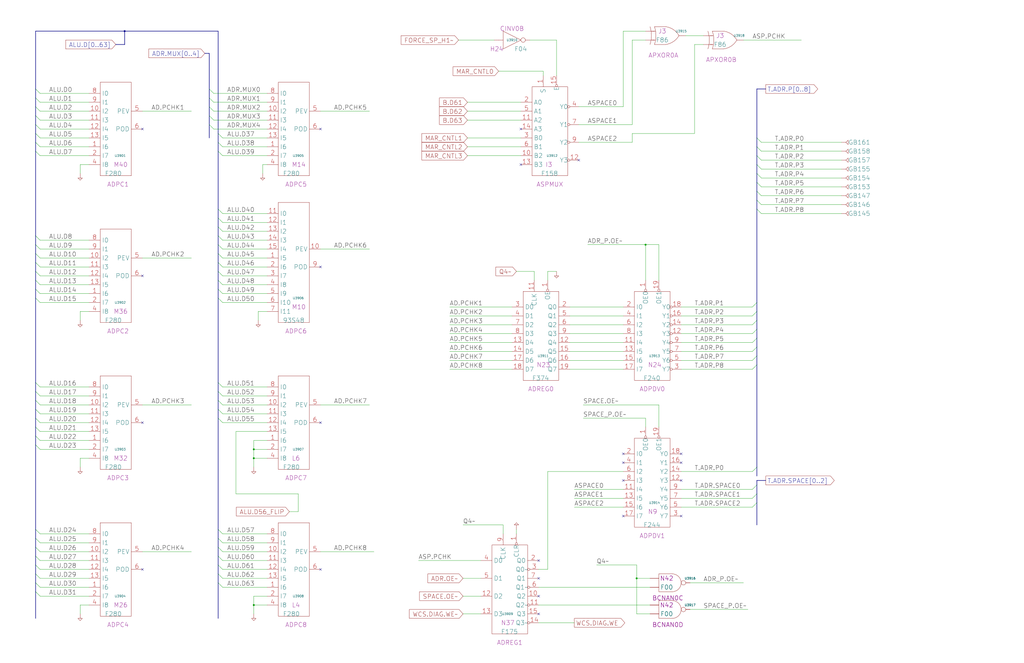
<source format=kicad_sch>
(kicad_sch (version 20211123) (generator eeschema)
  (paper "User" 584.2 378.46)
  (title_block (title "ADDRESS BUS PARITY\\nPARITY") (date "15-MAR-90") (rev "1.0") (comment 1 "TYPE") (comment 2 "232-003062") (comment 3 "S400") (comment 4 "RELEASED"))
  (bus (pts (xy 116.84 30.48) (xy 119.38 30.48)))
  (bus (pts (xy 119.38 30.48) (xy 119.38 50.8)))
  (bus (pts (xy 119.38 50.8) (xy 119.38 55.88)))
  (bus (pts (xy 119.38 55.88) (xy 119.38 60.96)))
  (bus (pts (xy 119.38 60.96) (xy 119.38 66.04)))
  (bus (pts (xy 119.38 66.04) (xy 119.38 71.12)))
  (bus (pts (xy 119.38 71.12) (xy 119.38 78.74)))
  (bus (pts (xy 124.46 119.38) (xy 124.46 124.46)))
  (bus (pts (xy 124.46 124.46) (xy 124.46 129.54)))
  (bus (pts (xy 124.46 129.54) (xy 124.46 134.62)))
  (bus (pts (xy 124.46 134.62) (xy 124.46 139.7)))
  (bus (pts (xy 124.46 139.7) (xy 124.46 144.78)))
  (bus (pts (xy 124.46 144.78) (xy 124.46 149.86)))
  (bus (pts (xy 124.46 149.86) (xy 124.46 154.94)))
  (bus (pts (xy 124.46 154.94) (xy 124.46 160.02)))
  (bus (pts (xy 124.46 160.02) (xy 124.46 165.1)))
  (bus (pts (xy 124.46 165.1) (xy 124.46 170.18)))
  (bus (pts (xy 124.46 17.78) (xy 124.46 76.2)))
  (bus (pts (xy 124.46 170.18) (xy 124.46 218.44)))
  (bus (pts (xy 124.46 218.44) (xy 124.46 223.52)))
  (bus (pts (xy 124.46 223.52) (xy 124.46 228.6)))
  (bus (pts (xy 124.46 228.6) (xy 124.46 233.68)))
  (bus (pts (xy 124.46 233.68) (xy 124.46 238.76)))
  (bus (pts (xy 124.46 238.76) (xy 124.46 302.26)))
  (bus (pts (xy 124.46 302.26) (xy 124.46 307.34)))
  (bus (pts (xy 124.46 307.34) (xy 124.46 312.42)))
  (bus (pts (xy 124.46 312.42) (xy 124.46 317.5)))
  (bus (pts (xy 124.46 317.5) (xy 124.46 322.58)))
  (bus (pts (xy 124.46 322.58) (xy 124.46 327.66)))
  (bus (pts (xy 124.46 327.66) (xy 124.46 332.74)))
  (bus (pts (xy 124.46 332.74) (xy 124.46 353.06)))
  (bus (pts (xy 124.46 76.2) (xy 124.46 81.28)))
  (bus (pts (xy 124.46 81.28) (xy 124.46 86.36)))
  (bus (pts (xy 124.46 86.36) (xy 124.46 119.38)))
  (bus (pts (xy 20.32 134.62) (xy 20.32 139.7)))
  (bus (pts (xy 20.32 139.7) (xy 20.32 144.78)))
  (bus (pts (xy 20.32 144.78) (xy 20.32 149.86)))
  (bus (pts (xy 20.32 149.86) (xy 20.32 154.94)))
  (bus (pts (xy 20.32 154.94) (xy 20.32 160.02)))
  (bus (pts (xy 20.32 160.02) (xy 20.32 165.1)))
  (bus (pts (xy 20.32 165.1) (xy 20.32 170.18)))
  (bus (pts (xy 20.32 17.78) (xy 20.32 50.8)))
  (bus (pts (xy 20.32 17.78) (xy 71.12 17.78)))
  (bus (pts (xy 20.32 170.18) (xy 20.32 218.44)))
  (bus (pts (xy 20.32 218.44) (xy 20.32 223.52)))
  (bus (pts (xy 20.32 223.52) (xy 20.32 228.6)))
  (bus (pts (xy 20.32 228.6) (xy 20.32 233.68)))
  (bus (pts (xy 20.32 233.68) (xy 20.32 238.76)))
  (bus (pts (xy 20.32 238.76) (xy 20.32 243.84)))
  (bus (pts (xy 20.32 243.84) (xy 20.32 248.92)))
  (bus (pts (xy 20.32 248.92) (xy 20.32 254)))
  (bus (pts (xy 20.32 254) (xy 20.32 302.26)))
  (bus (pts (xy 20.32 302.26) (xy 20.32 307.34)))
  (bus (pts (xy 20.32 307.34) (xy 20.32 312.42)))
  (bus (pts (xy 20.32 312.42) (xy 20.32 317.5)))
  (bus (pts (xy 20.32 317.5) (xy 20.32 322.58)))
  (bus (pts (xy 20.32 322.58) (xy 20.32 327.66)))
  (bus (pts (xy 20.32 327.66) (xy 20.32 332.74)))
  (bus (pts (xy 20.32 332.74) (xy 20.32 337.82)))
  (bus (pts (xy 20.32 337.82) (xy 20.32 353.06)))
  (bus (pts (xy 20.32 50.8) (xy 20.32 55.88)))
  (bus (pts (xy 20.32 55.88) (xy 20.32 60.96)))
  (bus (pts (xy 20.32 60.96) (xy 20.32 66.04)))
  (bus (pts (xy 20.32 66.04) (xy 20.32 71.12)))
  (bus (pts (xy 20.32 71.12) (xy 20.32 76.2)))
  (bus (pts (xy 20.32 76.2) (xy 20.32 81.28)))
  (bus (pts (xy 20.32 81.28) (xy 20.32 86.36)))
  (bus (pts (xy 20.32 86.36) (xy 20.32 134.62)))
  (bus (pts (xy 431.8 104.14) (xy 431.8 109.22)))
  (bus (pts (xy 431.8 109.22) (xy 431.8 114.3)))
  (bus (pts (xy 431.8 114.3) (xy 431.8 119.38)))
  (bus (pts (xy 431.8 119.38) (xy 431.8 172.72)))
  (bus (pts (xy 431.8 172.72) (xy 431.8 177.8)))
  (bus (pts (xy 431.8 177.8) (xy 431.8 182.88)))
  (bus (pts (xy 431.8 182.88) (xy 431.8 187.96)))
  (bus (pts (xy 431.8 187.96) (xy 431.8 193.04)))
  (bus (pts (xy 431.8 193.04) (xy 431.8 198.12)))
  (bus (pts (xy 431.8 198.12) (xy 431.8 203.2)))
  (bus (pts (xy 431.8 203.2) (xy 431.8 208.28)))
  (bus (pts (xy 431.8 208.28) (xy 431.8 266.7)))
  (bus (pts (xy 431.8 266.7) (xy 431.8 271.78)))
  (bus (pts (xy 431.8 274.32) (xy 431.8 276.86)))
  (bus (pts (xy 431.8 274.32) (xy 436.88 274.32)))
  (bus (pts (xy 431.8 276.86) (xy 431.8 281.94)))
  (bus (pts (xy 431.8 281.94) (xy 431.8 287.02)))
  (bus (pts (xy 431.8 287.02) (xy 431.8 299.72)))
  (bus (pts (xy 431.8 50.8) (xy 431.8 78.74)))
  (bus (pts (xy 431.8 50.8) (xy 436.88 50.8)))
  (bus (pts (xy 431.8 78.74) (xy 431.8 83.82)))
  (bus (pts (xy 431.8 83.82) (xy 431.8 88.9)))
  (bus (pts (xy 431.8 88.9) (xy 431.8 93.98)))
  (bus (pts (xy 431.8 93.98) (xy 431.8 99.06)))
  (bus (pts (xy 431.8 99.06) (xy 431.8 104.14)))
  (bus (pts (xy 66.04 25.4) (xy 71.12 25.4)))
  (bus (pts (xy 71.12 17.78) (xy 124.46 17.78)))
  (bus (pts (xy 71.12 25.4) (xy 71.12 17.78)))
  (wire (pts (xy 121.92 53.34) (xy 152.4 53.34)))
  (wire (pts (xy 121.92 58.42) (xy 152.4 58.42)))
  (wire (pts (xy 121.92 63.5) (xy 152.4 63.5)))
  (wire (pts (xy 121.92 68.58) (xy 152.4 68.58)))
  (wire (pts (xy 121.92 73.66) (xy 152.4 73.66)))
  (wire (pts (xy 127 121.92) (xy 152.4 121.92)))
  (wire (pts (xy 127 127) (xy 152.4 127)))
  (wire (pts (xy 127 132.08) (xy 152.4 132.08)))
  (wire (pts (xy 127 137.16) (xy 152.4 137.16)))
  (wire (pts (xy 127 142.24) (xy 152.4 142.24)))
  (wire (pts (xy 127 147.32) (xy 152.4 147.32)))
  (wire (pts (xy 127 152.4) (xy 152.4 152.4)))
  (wire (pts (xy 127 157.48) (xy 152.4 157.48)))
  (wire (pts (xy 127 162.56) (xy 152.4 162.56)))
  (wire (pts (xy 127 167.64) (xy 152.4 167.64)))
  (wire (pts (xy 127 172.72) (xy 152.4 172.72)))
  (wire (pts (xy 127 220.98) (xy 152.4 220.98)))
  (wire (pts (xy 127 226.06) (xy 152.4 226.06)))
  (wire (pts (xy 127 231.14) (xy 152.4 231.14)))
  (wire (pts (xy 127 236.22) (xy 152.4 236.22)))
  (wire (pts (xy 127 241.3) (xy 152.4 241.3)))
  (wire (pts (xy 127 304.8) (xy 152.4 304.8)))
  (wire (pts (xy 127 309.88) (xy 152.4 309.88)))
  (wire (pts (xy 127 314.96) (xy 152.4 314.96)))
  (wire (pts (xy 127 320.04) (xy 152.4 320.04)))
  (wire (pts (xy 127 325.12) (xy 152.4 325.12)))
  (wire (pts (xy 127 330.2) (xy 152.4 330.2)))
  (wire (pts (xy 127 335.28) (xy 152.4 335.28)))
  (wire (pts (xy 127 78.74) (xy 152.4 78.74)))
  (wire (pts (xy 127 83.82) (xy 152.4 83.82)))
  (wire (pts (xy 127 88.9) (xy 152.4 88.9)))
  (wire (pts (xy 134.62 246.38) (xy 152.4 246.38)))
  (wire (pts (xy 134.62 281.94) (xy 134.62 246.38)))
  (wire (pts (xy 144.78 251.46) (xy 144.78 256.54)))
  (wire (pts (xy 144.78 256.54) (xy 144.78 261.62)))
  (wire (pts (xy 144.78 256.54) (xy 152.4 256.54)))
  (wire (pts (xy 144.78 261.62) (xy 144.78 266.7)))
  (wire (pts (xy 144.78 340.36) (xy 144.78 345.44)))
  (wire (pts (xy 144.78 345.44) (xy 144.78 350.52)))
  (wire (pts (xy 147.32 177.8) (xy 147.32 182.88)))
  (wire (pts (xy 149.86 93.98) (xy 149.86 99.06)))
  (wire (pts (xy 152.4 177.8) (xy 147.32 177.8)))
  (wire (pts (xy 152.4 251.46) (xy 144.78 251.46)))
  (wire (pts (xy 152.4 261.62) (xy 144.78 261.62)))
  (wire (pts (xy 152.4 340.36) (xy 144.78 340.36)))
  (wire (pts (xy 152.4 345.44) (xy 144.78 345.44)))
  (wire (pts (xy 152.4 93.98) (xy 149.86 93.98)))
  (wire (pts (xy 165.1 292.1) (xy 170.18 292.1)))
  (wire (pts (xy 170.18 281.94) (xy 134.62 281.94)))
  (wire (pts (xy 170.18 292.1) (xy 170.18 281.94)))
  (wire (pts (xy 182.88 142.24) (xy 210.82 142.24)))
  (wire (pts (xy 182.88 231.14) (xy 210.82 231.14)))
  (wire (pts (xy 182.88 314.96) (xy 213.36 314.96)))
  (wire (pts (xy 182.88 63.5) (xy 210.82 63.5)))
  (wire (pts (xy 22.86 137.16) (xy 50.8 137.16)))
  (wire (pts (xy 22.86 142.24) (xy 50.8 142.24)))
  (wire (pts (xy 22.86 147.32) (xy 50.8 147.32)))
  (wire (pts (xy 22.86 152.4) (xy 50.8 152.4)))
  (wire (pts (xy 22.86 157.48) (xy 50.8 157.48)))
  (wire (pts (xy 22.86 162.56) (xy 50.8 162.56)))
  (wire (pts (xy 22.86 167.64) (xy 50.8 167.64)))
  (wire (pts (xy 22.86 172.72) (xy 50.8 172.72)))
  (wire (pts (xy 22.86 220.98) (xy 50.8 220.98)))
  (wire (pts (xy 22.86 226.06) (xy 50.8 226.06)))
  (wire (pts (xy 22.86 231.14) (xy 50.8 231.14)))
  (wire (pts (xy 22.86 236.22) (xy 50.8 236.22)))
  (wire (pts (xy 22.86 241.3) (xy 50.8 241.3)))
  (wire (pts (xy 22.86 246.38) (xy 50.8 246.38)))
  (wire (pts (xy 22.86 251.46) (xy 50.8 251.46)))
  (wire (pts (xy 22.86 256.54) (xy 50.8 256.54)))
  (wire (pts (xy 22.86 304.8) (xy 50.8 304.8)))
  (wire (pts (xy 22.86 309.88) (xy 50.8 309.88)))
  (wire (pts (xy 22.86 314.96) (xy 50.8 314.96)))
  (wire (pts (xy 22.86 320.04) (xy 50.8 320.04)))
  (wire (pts (xy 22.86 325.12) (xy 50.8 325.12)))
  (wire (pts (xy 22.86 330.2) (xy 50.8 330.2)))
  (wire (pts (xy 22.86 335.28) (xy 50.8 335.28)))
  (wire (pts (xy 22.86 340.36) (xy 50.8 340.36)))
  (wire (pts (xy 22.86 53.34) (xy 50.8 53.34)))
  (wire (pts (xy 22.86 58.42) (xy 50.8 58.42)))
  (wire (pts (xy 22.86 63.5) (xy 50.8 63.5)))
  (wire (pts (xy 22.86 68.58) (xy 50.8 68.58)))
  (wire (pts (xy 22.86 73.66) (xy 50.8 73.66)))
  (wire (pts (xy 22.86 78.74) (xy 50.8 78.74)))
  (wire (pts (xy 22.86 83.82) (xy 50.8 83.82)))
  (wire (pts (xy 22.86 88.9) (xy 50.8 88.9)))
  (wire (pts (xy 238.76 320.04) (xy 274.32 320.04)))
  (wire (pts (xy 256.54 175.26) (xy 292.1 175.26)))
  (wire (pts (xy 256.54 180.34) (xy 292.1 180.34)))
  (wire (pts (xy 256.54 185.42) (xy 292.1 185.42)))
  (wire (pts (xy 256.54 190.5) (xy 292.1 190.5)))
  (wire (pts (xy 256.54 195.58) (xy 292.1 195.58)))
  (wire (pts (xy 256.54 200.66) (xy 292.1 200.66)))
  (wire (pts (xy 256.54 205.74) (xy 292.1 205.74)))
  (wire (pts (xy 256.54 210.82) (xy 292.1 210.82)))
  (wire (pts (xy 261.62 22.86) (xy 281.94 22.86)))
  (wire (pts (xy 264.16 330.2) (xy 274.32 330.2)))
  (wire (pts (xy 264.16 340.36) (xy 274.32 340.36)))
  (wire (pts (xy 264.16 350.52) (xy 274.32 350.52)))
  (wire (pts (xy 266.7 58.42) (xy 297.18 58.42)))
  (wire (pts (xy 266.7 63.5) (xy 297.18 63.5)))
  (wire (pts (xy 266.7 68.58) (xy 297.18 68.58)))
  (wire (pts (xy 266.7 78.74) (xy 297.18 78.74)))
  (wire (pts (xy 266.7 83.82) (xy 297.18 83.82)))
  (wire (pts (xy 266.7 88.9) (xy 297.18 88.9)))
  (wire (pts (xy 284.48 40.64) (xy 309.88 40.64)))
  (wire (pts (xy 287.02 299.72) (xy 264.16 299.72)))
  (wire (pts (xy 287.02 304.8) (xy 287.02 299.72)))
  (wire (pts (xy 294.64 154.94) (xy 304.8 154.94)))
  (wire (pts (xy 294.64 302.26) (xy 294.64 304.8)))
  (wire (pts (xy 302.26 22.86) (xy 317.5 22.86)))
  (wire (pts (xy 304.8 160.02) (xy 304.8 154.94)))
  (wire (pts (xy 307.34 325.12) (xy 312.42 325.12)))
  (wire (pts (xy 307.34 335.28) (xy 370.84 335.28)))
  (wire (pts (xy 307.34 345.44) (xy 370.84 345.44)))
  (wire (pts (xy 307.34 355.6) (xy 327.66 355.6)))
  (wire (pts (xy 309.88 40.64) (xy 309.88 43.18)))
  (wire (pts (xy 312.42 154.94) (xy 312.42 160.02)))
  (wire (pts (xy 312.42 269.24) (xy 355.6 269.24)))
  (wire (pts (xy 312.42 325.12) (xy 312.42 269.24)))
  (wire (pts (xy 317.5 154.94) (xy 312.42 154.94)))
  (wire (pts (xy 317.5 22.86) (xy 317.5 43.18)))
  (wire (pts (xy 325.12 175.26) (xy 355.6 175.26)))
  (wire (pts (xy 325.12 180.34) (xy 355.6 180.34)))
  (wire (pts (xy 325.12 185.42) (xy 355.6 185.42)))
  (wire (pts (xy 325.12 190.5) (xy 355.6 190.5)))
  (wire (pts (xy 325.12 195.58) (xy 355.6 195.58)))
  (wire (pts (xy 325.12 200.66) (xy 355.6 200.66)))
  (wire (pts (xy 325.12 205.74) (xy 355.6 205.74)))
  (wire (pts (xy 325.12 210.82) (xy 355.6 210.82)))
  (wire (pts (xy 327.66 279.4) (xy 355.6 279.4)))
  (wire (pts (xy 327.66 284.48) (xy 355.6 284.48)))
  (wire (pts (xy 327.66 289.56) (xy 355.6 289.56)))
  (wire (pts (xy 330.2 60.96) (xy 355.6 60.96)))
  (wire (pts (xy 330.2 71.12) (xy 360.68 71.12)))
  (wire (pts (xy 330.2 81.28) (xy 360.68 81.28)))
  (wire (pts (xy 355.6 17.78) (xy 368.3 17.78)))
  (wire (pts (xy 355.6 60.96) (xy 355.6 17.78)))
  (wire (pts (xy 360.68 22.86) (xy 368.3 22.86)))
  (wire (pts (xy 360.68 71.12) (xy 360.68 22.86)))
  (wire (pts (xy 360.68 76.2) (xy 396.24 76.2)))
  (wire (pts (xy 360.68 81.28) (xy 360.68 76.2)))
  (wire (pts (xy 363.22 322.58) (xy 340.36 322.58)))
  (wire (pts (xy 363.22 330.2) (xy 363.22 322.58)))
  (wire (pts (xy 363.22 330.2) (xy 370.84 330.2)))
  (wire (pts (xy 363.22 350.52) (xy 363.22 330.2)))
  (wire (pts (xy 368.3 139.7) (xy 335.28 139.7)))
  (wire (pts (xy 368.3 160.02) (xy 368.3 139.7)))
  (wire (pts (xy 368.3 238.76) (xy 332.74 238.76)))
  (wire (pts (xy 368.3 243.84) (xy 368.3 238.76)))
  (wire (pts (xy 370.84 350.52) (xy 363.22 350.52)))
  (wire (pts (xy 375.92 139.7) (xy 368.3 139.7)))
  (wire (pts (xy 375.92 160.02) (xy 375.92 139.7)))
  (wire (pts (xy 375.92 231.14) (xy 332.74 231.14)))
  (wire (pts (xy 375.92 243.84) (xy 375.92 231.14)))
  (wire (pts (xy 388.62 175.26) (xy 429.26 175.26)))
  (wire (pts (xy 388.62 180.34) (xy 429.26 180.34)))
  (wire (pts (xy 388.62 185.42) (xy 429.26 185.42)))
  (wire (pts (xy 388.62 190.5) (xy 429.26 190.5)))
  (wire (pts (xy 388.62 195.58) (xy 429.26 195.58)))
  (wire (pts (xy 388.62 200.66) (xy 429.26 200.66)))
  (wire (pts (xy 388.62 205.74) (xy 429.26 205.74)))
  (wire (pts (xy 388.62 210.82) (xy 429.26 210.82)))
  (wire (pts (xy 388.62 269.24) (xy 429.26 269.24)))
  (wire (pts (xy 388.62 279.4) (xy 429.26 279.4)))
  (wire (pts (xy 388.62 284.48) (xy 429.26 284.48)))
  (wire (pts (xy 388.62 289.56) (xy 429.26 289.56)))
  (wire (pts (xy 391.16 20.32) (xy 401.32 20.32)))
  (wire (pts (xy 393.7 332.74) (xy 424.18 332.74)))
  (wire (pts (xy 393.7 347.98) (xy 426.72 347.98)))
  (wire (pts (xy 396.24 25.4) (xy 401.32 25.4)))
  (wire (pts (xy 396.24 76.2) (xy 396.24 25.4)))
  (wire (pts (xy 424.18 22.86) (xy 457.2 22.86)))
  (wire (pts (xy 434.34 101.6) (xy 480.06 101.6)))
  (wire (pts (xy 434.34 106.68) (xy 480.06 106.68)))
  (wire (pts (xy 434.34 111.76) (xy 480.06 111.76)))
  (wire (pts (xy 434.34 116.84) (xy 480.06 116.84)))
  (wire (pts (xy 434.34 121.92) (xy 480.06 121.92)))
  (wire (pts (xy 434.34 81.28) (xy 480.06 81.28)))
  (wire (pts (xy 434.34 86.36) (xy 480.06 86.36)))
  (wire (pts (xy 434.34 91.44) (xy 480.06 91.44)))
  (wire (pts (xy 434.34 96.52) (xy 480.06 96.52)))
  (wire (pts (xy 45.72 177.8) (xy 45.72 182.88)))
  (wire (pts (xy 45.72 261.62) (xy 45.72 266.7)))
  (wire (pts (xy 45.72 345.44) (xy 45.72 350.52)))
  (wire (pts (xy 45.72 93.98) (xy 45.72 99.06)))
  (wire (pts (xy 50.8 177.8) (xy 45.72 177.8)))
  (wire (pts (xy 50.8 261.62) (xy 45.72 261.62)))
  (wire (pts (xy 50.8 345.44) (xy 45.72 345.44)))
  (wire (pts (xy 50.8 93.98) (xy 45.72 93.98)))
  (wire (pts (xy 81.28 147.32) (xy 109.22 147.32)))
  (wire (pts (xy 81.28 231.14) (xy 109.22 231.14)))
  (wire (pts (xy 81.28 314.96) (xy 109.22 314.96)))
  (wire (pts (xy 81.28 63.5) (xy 109.22 63.5)))
  (bus_entry (at 20.32 50.8) (size 2.54 2.54))
  (bus_entry (at 20.32 55.88) (size 2.54 2.54))
  (bus_entry (at 20.32 60.96) (size 2.54 2.54))
  (bus_entry (at 20.32 66.04) (size 2.54 2.54))
  (bus_entry (at 20.32 71.12) (size 2.54 2.54))
  (bus_entry (at 20.32 76.2) (size 2.54 2.54))
  (bus_entry (at 20.32 81.28) (size 2.54 2.54))
  (bus_entry (at 20.32 86.36) (size 2.54 2.54))
  (bus_entry (at 20.32 134.62) (size 2.54 2.54))
  (bus_entry (at 20.32 139.7) (size 2.54 2.54))
  (bus_entry (at 20.32 144.78) (size 2.54 2.54))
  (bus_entry (at 20.32 149.86) (size 2.54 2.54))
  (bus_entry (at 20.32 154.94) (size 2.54 2.54))
  (bus_entry (at 20.32 160.02) (size 2.54 2.54))
  (bus_entry (at 20.32 165.1) (size 2.54 2.54))
  (bus_entry (at 20.32 170.18) (size 2.54 2.54))
  (bus_entry (at 20.32 218.44) (size 2.54 2.54))
  (bus_entry (at 20.32 223.52) (size 2.54 2.54))
  (bus_entry (at 20.32 228.6) (size 2.54 2.54))
  (bus_entry (at 20.32 233.68) (size 2.54 2.54))
  (bus_entry (at 20.32 238.76) (size 2.54 2.54))
  (bus_entry (at 20.32 243.84) (size 2.54 2.54))
  (bus_entry (at 20.32 248.92) (size 2.54 2.54))
  (bus_entry (at 20.32 254) (size 2.54 2.54))
  (bus_entry (at 20.32 302.26) (size 2.54 2.54))
  (bus_entry (at 20.32 307.34) (size 2.54 2.54))
  (bus_entry (at 20.32 312.42) (size 2.54 2.54))
  (bus_entry (at 20.32 317.5) (size 2.54 2.54))
  (bus_entry (at 20.32 322.58) (size 2.54 2.54))
  (bus_entry (at 20.32 327.66) (size 2.54 2.54))
  (bus_entry (at 20.32 332.74) (size 2.54 2.54))
  (bus_entry (at 20.32 337.82) (size 2.54 2.54))
  (label "ALU.D0" (at 27.94 53.34 0) (effects (font (size 2.54 2.54))))
  (label "ALU.D1" (at 27.94 58.42 0) (effects (font (size 2.54 2.54))))
  (label "ALU.D2" (at 27.94 63.5 0) (effects (font (size 2.54 2.54))))
  (label "ALU.D3" (at 27.94 68.58 0) (effects (font (size 2.54 2.54))))
  (label "ALU.D4" (at 27.94 73.66 0) (effects (font (size 2.54 2.54))))
  (label "ALU.D5" (at 27.94 78.74 0) (effects (font (size 2.54 2.54))))
  (label "ALU.D6" (at 27.94 83.82 0) (effects (font (size 2.54 2.54))))
  (label "ALU.D7" (at 27.94 88.9 0) (effects (font (size 2.54 2.54))))
  (label "ALU.D8" (at 27.94 137.16 0) (effects (font (size 2.54 2.54))))
  (label "ALU.D9" (at 27.94 142.24 0) (effects (font (size 2.54 2.54))))
  (label "ALU.D10" (at 27.94 147.32 0) (effects (font (size 2.54 2.54))))
  (label "ALU.D11" (at 27.94 152.4 0) (effects (font (size 2.54 2.54))))
  (label "ALU.D12" (at 27.94 157.48 0) (effects (font (size 2.54 2.54))))
  (label "ALU.D13" (at 27.94 162.56 0) (effects (font (size 2.54 2.54))))
  (label "ALU.D14" (at 27.94 167.64 0) (effects (font (size 2.54 2.54))))
  (label "ALU.D15" (at 27.94 172.72 0) (effects (font (size 2.54 2.54))))
  (label "ALU.D16" (at 27.94 220.98 0) (effects (font (size 2.54 2.54))))
  (label "ALU.D17" (at 27.94 226.06 0) (effects (font (size 2.54 2.54))))
  (label "ALU.D18" (at 27.94 231.14 0) (effects (font (size 2.54 2.54))))
  (label "ALU.D19" (at 27.94 236.22 0) (effects (font (size 2.54 2.54))))
  (label "ALU.D20" (at 27.94 241.3 0) (effects (font (size 2.54 2.54))))
  (label "ALU.D21" (at 27.94 246.38 0) (effects (font (size 2.54 2.54))))
  (label "ALU.D22" (at 27.94 251.46 0) (effects (font (size 2.54 2.54))))
  (label "ALU.D23" (at 27.94 256.54 0) (effects (font (size 2.54 2.54))))
  (label "ALU.D24" (at 27.94 304.8 0) (effects (font (size 2.54 2.54))))
  (label "ALU.D25" (at 27.94 309.88 0) (effects (font (size 2.54 2.54))))
  (label "ALU.D26" (at 27.94 314.96 0) (effects (font (size 2.54 2.54))))
  (label "ALU.D27" (at 27.94 320.04 0) (effects (font (size 2.54 2.54))))
  (label "ALU.D28" (at 27.94 325.12 0) (effects (font (size 2.54 2.54))))
  (label "ALU.D29" (at 27.94 330.2 0) (effects (font (size 2.54 2.54))))
  (label "ALU.D30" (at 27.94 335.28 0) (effects (font (size 2.54 2.54))))
  (label "ALU.D31" (at 27.94 340.36 0) (effects (font (size 2.54 2.54))))
  (symbol (lib_id "r1000:PD") (at 45.72 99.06 0) (unit 1) (in_bom no)
    (property "Reference" "#PWR03901" (effects hide))
    (property "Value" "PD" (effects hide))
  )
  (symbol (lib_id "r1000:PD") (at 45.72 182.88 0) (unit 1) (in_bom no)
    (property "Reference" "#PWR03902" (effects hide))
    (property "Value" "PD" (effects hide))
  )
  (symbol (lib_id "r1000:PD") (at 45.72 266.7 0) (unit 1) (in_bom no)
    (property "Reference" "#PWR03903" (effects hide))
    (property "Value" "PD" (effects hide))
  )
  (symbol (lib_id "r1000:PD") (at 45.72 350.52 0) (unit 1) (in_bom no)
    (property "Reference" "#PWR03904" (effects hide))
    (property "Value" "PD" (effects hide))
  )
  (global_label "ALU.D[0..63]" (shape input) (at 66.04 25.4 180) (effects (font (size 2.54 2.54))) (property "Intersheet References" "${INTERSHEET_REFS}" (at 37.5073 25.2413 0) (effects (font (size 2.54 2.54)) (justify right))))
  (symbol (lib_id "r1000:F280") (at 66.04 93.98 0) (unit 1)
    (property "Reference" "U3901" (at 68.58 88.9 0))
    (property "Value" "F280" (at 59.69 99.06 0) (effects (font (size 2.54 2.54)) (justify left)))
    (property "Location" "M40" (at 64.77 93.98 0) (effects (font (size 2.54 2.54)) (justify left)))
    (property "Name" "ADPC1" (at 67.31 106.68 0) (effects (font (size 2.54 2.54)) (justify bottom)))
  )
  (symbol (lib_id "r1000:F280") (at 66.04 177.8 0) (unit 1)
    (property "Reference" "U3902" (at 68.58 172.72 0))
    (property "Value" "F280" (at 59.69 182.88 0) (effects (font (size 2.54 2.54)) (justify left)))
    (property "Location" "M36" (at 64.77 177.8 0) (effects (font (size 2.54 2.54)) (justify left)))
    (property "Name" "ADPC2" (at 67.31 190.5 0) (effects (font (size 2.54 2.54)) (justify bottom)))
  )
  (symbol (lib_id "r1000:F280") (at 66.04 261.62 0) (unit 1)
    (property "Reference" "U3903" (at 68.58 256.54 0))
    (property "Value" "F280" (at 59.69 266.7 0) (effects (font (size 2.54 2.54)) (justify left)))
    (property "Location" "M32" (at 64.77 261.62 0) (effects (font (size 2.54 2.54)) (justify left)))
    (property "Name" "ADPC3" (at 67.31 274.32 0) (effects (font (size 2.54 2.54)) (justify bottom)))
  )
  (symbol (lib_id "r1000:F280") (at 66.04 345.44 0) (unit 1)
    (property "Reference" "U3904" (at 68.58 340.36 0))
    (property "Value" "F280" (at 59.69 350.52 0) (effects (font (size 2.54 2.54)) (justify left)))
    (property "Location" "M26" (at 64.77 345.44 0) (effects (font (size 2.54 2.54)) (justify left)))
    (property "Name" "ADPC4" (at 67.31 358.14 0) (effects (font (size 2.54 2.54)) (justify bottom)))
  )
  (junction (at 71.12 17.78))
  (no_connect (at 81.28 73.66))
  (no_connect (at 81.28 157.48))
  (no_connect (at 81.28 241.3))
  (no_connect (at 81.28 325.12))
  (label "AD.PCHK1" (at 86.36 63.5 0) (effects (font (size 2.54 2.54))))
  (label "AD.PCHK2" (at 86.36 147.32 0) (effects (font (size 2.54 2.54))))
  (label "AD.PCHK3" (at 86.36 231.14 0) (effects (font (size 2.54 2.54))))
  (label "AD.PCHK4" (at 86.36 314.96 0) (effects (font (size 2.54 2.54))))
  (global_label "ADR.MUX[0..4]" (shape input) (at 116.84 30.48 180) (effects (font (size 2.54 2.54))) (property "Intersheet References" "${INTERSHEET_REFS}" (at 84.9207 30.3213 0) (effects (font (size 2.54 2.54)) (justify right))))
  (bus_entry (at 119.38 50.8) (size 2.54 2.54))
  (bus_entry (at 119.38 55.88) (size 2.54 2.54))
  (bus_entry (at 119.38 60.96) (size 2.54 2.54))
  (bus_entry (at 119.38 66.04) (size 2.54 2.54))
  (bus_entry (at 119.38 71.12) (size 2.54 2.54))
  (bus_entry (at 124.46 76.2) (size 2.54 2.54))
  (bus_entry (at 124.46 81.28) (size 2.54 2.54))
  (bus_entry (at 124.46 86.36) (size 2.54 2.54))
  (bus_entry (at 124.46 119.38) (size 2.54 2.54))
  (bus_entry (at 124.46 124.46) (size 2.54 2.54))
  (bus_entry (at 124.46 129.54) (size 2.54 2.54))
  (bus_entry (at 124.46 134.62) (size 2.54 2.54))
  (bus_entry (at 124.46 139.7) (size 2.54 2.54))
  (bus_entry (at 124.46 144.78) (size 2.54 2.54))
  (bus_entry (at 124.46 149.86) (size 2.54 2.54))
  (bus_entry (at 124.46 154.94) (size 2.54 2.54))
  (bus_entry (at 124.46 160.02) (size 2.54 2.54))
  (bus_entry (at 124.46 165.1) (size 2.54 2.54))
  (bus_entry (at 124.46 170.18) (size 2.54 2.54))
  (bus_entry (at 124.46 218.44) (size 2.54 2.54))
  (bus_entry (at 124.46 223.52) (size 2.54 2.54))
  (bus_entry (at 124.46 228.6) (size 2.54 2.54))
  (bus_entry (at 124.46 233.68) (size 2.54 2.54))
  (bus_entry (at 124.46 238.76) (size 2.54 2.54))
  (bus_entry (at 124.46 302.26) (size 2.54 2.54))
  (bus_entry (at 124.46 307.34) (size 2.54 2.54))
  (bus_entry (at 124.46 312.42) (size 2.54 2.54))
  (bus_entry (at 124.46 317.5) (size 2.54 2.54))
  (bus_entry (at 124.46 322.58) (size 2.54 2.54))
  (bus_entry (at 124.46 327.66) (size 2.54 2.54))
  (bus_entry (at 124.46 332.74) (size 2.54 2.54))
  (label "ADR.MUX0" (at 129.54 53.34 0) (effects (font (size 2.54 2.54))))
  (label "ADR.MUX1" (at 129.54 58.42 0) (effects (font (size 2.54 2.54))))
  (label "ADR.MUX2" (at 129.54 63.5 0) (effects (font (size 2.54 2.54))))
  (label "ADR.MUX3" (at 129.54 68.58 0) (effects (font (size 2.54 2.54))))
  (label "ADR.MUX4" (at 129.54 73.66 0) (effects (font (size 2.54 2.54))))
  (label "ALU.D37" (at 129.54 78.74 0) (effects (font (size 2.54 2.54))))
  (label "ALU.D38" (at 129.54 83.82 0) (effects (font (size 2.54 2.54))))
  (label "ALU.D39" (at 129.54 88.9 0) (effects (font (size 2.54 2.54))))
  (label "ALU.D40" (at 129.54 121.92 0) (effects (font (size 2.54 2.54))))
  (label "ALU.D41" (at 129.54 127 0) (effects (font (size 2.54 2.54))))
  (label "ALU.D42" (at 129.54 132.08 0) (effects (font (size 2.54 2.54))))
  (label "ALU.D43" (at 129.54 137.16 0) (effects (font (size 2.54 2.54))))
  (label "ALU.D44" (at 129.54 142.24 0) (effects (font (size 2.54 2.54))))
  (label "ALU.D45" (at 129.54 147.32 0) (effects (font (size 2.54 2.54))))
  (label "ALU.D46" (at 129.54 152.4 0) (effects (font (size 2.54 2.54))))
  (label "ALU.D47" (at 129.54 157.48 0) (effects (font (size 2.54 2.54))))
  (label "ALU.D48" (at 129.54 162.56 0) (effects (font (size 2.54 2.54))))
  (label "ALU.D49" (at 129.54 167.64 0) (effects (font (size 2.54 2.54))))
  (label "ALU.D50" (at 129.54 172.72 0) (effects (font (size 2.54 2.54))))
  (label "ALU.D51" (at 129.54 220.98 0) (effects (font (size 2.54 2.54))))
  (label "ALU.D52" (at 129.54 226.06 0) (effects (font (size 2.54 2.54))))
  (label "ALU.D53" (at 129.54 231.14 0) (effects (font (size 2.54 2.54))))
  (label "ALU.D54" (at 129.54 236.22 0) (effects (font (size 2.54 2.54))))
  (label "ALU.D55" (at 129.54 241.3 0) (effects (font (size 2.54 2.54))))
  (label "ALU.D57" (at 129.54 304.8 0) (effects (font (size 2.54 2.54))))
  (label "ALU.D58" (at 129.54 309.88 0) (effects (font (size 2.54 2.54))))
  (label "ALU.D59" (at 129.54 314.96 0) (effects (font (size 2.54 2.54))))
  (label "ALU.D60" (at 129.54 320.04 0) (effects (font (size 2.54 2.54))))
  (label "ALU.D61" (at 129.54 325.12 0) (effects (font (size 2.54 2.54))))
  (label "ALU.D62" (at 129.54 330.2 0) (effects (font (size 2.54 2.54))))
  (label "ALU.D63" (at 129.54 335.28 0) (effects (font (size 2.54 2.54))))
  (junction (at 144.78 256.54))
  (junction (at 144.78 261.62))
  (symbol (lib_id "r1000:PD") (at 144.78 266.7 0) (unit 1) (in_bom no)
    (property "Reference" "#PWR03905" (effects hide))
    (property "Value" "PD" (effects hide))
  )
  (junction (at 144.78 345.44))
  (symbol (lib_id "r1000:PD") (at 144.78 350.52 0) (unit 1) (in_bom no)
    (property "Reference" "#PWR03906" (effects hide))
    (property "Value" "PD" (effects hide))
  )
  (symbol (lib_id "r1000:PD") (at 147.32 182.88 0) (unit 1) (in_bom no)
    (property "Reference" "#PWR03907" (effects hide))
    (property "Value" "PD" (effects hide))
  )
  (symbol (lib_id "r1000:PD") (at 149.86 99.06 0) (unit 1) (in_bom no)
    (property "Reference" "#PWR03908" (effects hide))
    (property "Value" "PD" (effects hide))
  )
  (global_label "ALU.D56_FLIP" (shape input) (at 165.1 292.1 180) (effects (font (size 2.54 2.54))) (property "Intersheet References" "${INTERSHEET_REFS}" (at 134.874 291.9413 0) (effects (font (size 2.54 2.54)) (justify right))))
  (symbol (lib_id "r1000:F280") (at 167.64 93.98 0) (unit 1)
    (property "Reference" "U3905" (at 170.18 88.9 0))
    (property "Value" "F280" (at 161.29 99.06 0) (effects (font (size 2.54 2.54)) (justify left)))
    (property "Location" "M14" (at 166.37 93.98 0) (effects (font (size 2.54 2.54)) (justify left)))
    (property "Name" "ADPC5" (at 168.91 106.68 0) (effects (font (size 2.54 2.54)) (justify bottom)))
  )
  (symbol (lib_id "r1000:93S48") (at 167.64 175.26 0) (unit 1)
    (property "Reference" "U3906" (at 170.18 170.18 0))
    (property "Value" "93S48" (at 161.29 182.88 0) (effects (font (size 2.54 2.54)) (justify left)))
    (property "Location" "M10" (at 166.37 175.26 0) (effects (font (size 2.54 2.54)) (justify left)))
    (property "Name" "ADPC6" (at 168.91 190.5 0) (effects (font (size 2.54 2.54)) (justify bottom)))
  )
  (symbol (lib_id "r1000:F280") (at 167.64 261.62 0) (unit 1)
    (property "Reference" "U3907" (at 170.18 256.54 0))
    (property "Value" "F280" (at 161.29 266.7 0) (effects (font (size 2.54 2.54)) (justify left)))
    (property "Location" "L6" (at 166.37 261.62 0) (effects (font (size 2.54 2.54)) (justify left)))
    (property "Name" "ADPC7" (at 168.91 274.32 0) (effects (font (size 2.54 2.54)) (justify bottom)))
  )
  (symbol (lib_id "r1000:F280") (at 167.64 345.44 0) (unit 1)
    (property "Reference" "U3908" (at 170.18 340.36 0))
    (property "Value" "F280" (at 161.29 350.52 0) (effects (font (size 2.54 2.54)) (justify left)))
    (property "Location" "L4" (at 166.37 345.44 0) (effects (font (size 2.54 2.54)) (justify left)))
    (property "Name" "ADPC8" (at 168.91 358.14 0) (effects (font (size 2.54 2.54)) (justify bottom)))
  )
  (no_connect (at 182.88 73.66))
  (no_connect (at 182.88 152.4))
  (no_connect (at 182.88 241.3))
  (no_connect (at 182.88 325.12))
  (label "AD.PCHK5" (at 190.5 63.5 0) (effects (font (size 2.54 2.54))))
  (label "AD.PCHK6" (at 190.5 142.24 0) (effects (font (size 2.54 2.54))))
  (label "AD.PCHK7" (at 190.5 231.14 0) (effects (font (size 2.54 2.54))))
  (label "AD.PCHK8" (at 190.5 314.96 0) (effects (font (size 2.54 2.54))))
  (label "ASP.PCHK" (at 238.76 320.04 0) (effects (font (size 2.54 2.54))))
  (label "AD.PCHK1" (at 256.54 175.26 0) (effects (font (size 2.54 2.54))))
  (label "AD.PCHK2" (at 256.54 180.34 0) (effects (font (size 2.54 2.54))))
  (label "AD.PCHK3" (at 256.54 185.42 0) (effects (font (size 2.54 2.54))))
  (label "AD.PCHK4" (at 256.54 190.5 0) (effects (font (size 2.54 2.54))))
  (label "AD.PCHK5" (at 256.54 195.58 0) (effects (font (size 2.54 2.54))))
  (label "AD.PCHK6" (at 256.54 200.66 0) (effects (font (size 2.54 2.54))))
  (label "AD.PCHK7" (at 256.54 205.74 0) (effects (font (size 2.54 2.54))))
  (label "AD.PCHK8" (at 256.54 210.82 0) (effects (font (size 2.54 2.54))))
  (global_label "FORCE_SP_H1~" (shape input) (at 261.62 22.86 180) (effects (font (size 2.54 2.54))) (property "Intersheet References" "${INTERSHEET_REFS}" (at 228.854 22.7013 0) (effects (font (size 2.54 2.54)) (justify right))))
  (label "Q4~" (at 264.16 299.72 0) (effects (font (size 2.54 2.54))))
  (global_label "ADR.OE~" (shape input) (at 264.16 330.2 180) (effects (font (size 2.54 2.54))) (property "Intersheet References" "${INTERSHEET_REFS}" (at 244.094 330.0413 0) (effects (font (size 2.54 2.54)) (justify right))))
  (global_label "SPACE.OE~" (shape input) (at 264.16 340.36 180) (effects (font (size 2.54 2.54))) (property "Intersheet References" "${INTERSHEET_REFS}" (at 239.3769 340.2013 0) (effects (font (size 2.54 2.54)) (justify right))))
  (global_label "WCS.DIAG.WE~" (shape input) (at 264.16 350.52 180) (effects (font (size 2.54 2.54))) (property "Intersheet References" "${INTERSHEET_REFS}" (at 233.5711 350.3613 0) (effects (font (size 2.54 2.54)) (justify right))))
  (global_label "B.D61" (shape input) (at 266.7 58.42 180) (effects (font (size 2.54 2.54))) (property "Intersheet References" "${INTERSHEET_REFS}" (at 250.7464 58.2613 0) (effects (font (size 2.54 2.54)) (justify right))))
  (global_label "B.D62" (shape input) (at 266.7 63.5 180) (effects (font (size 2.54 2.54))) (property "Intersheet References" "${INTERSHEET_REFS}" (at 250.7464 63.3413 0) (effects (font (size 2.54 2.54)) (justify right))))
  (global_label "B.D63" (shape input) (at 266.7 68.58 180) (effects (font (size 2.54 2.54))) (property "Intersheet References" "${INTERSHEET_REFS}" (at 250.7464 68.4213 0) (effects (font (size 2.54 2.54)) (justify right))))
  (global_label "MAR_CNTL1" (shape input) (at 266.7 78.74 180) (effects (font (size 2.54 2.54))) (property "Intersheet References" "${INTERSHEET_REFS}" (at 240.7073 78.5813 0) (effects (font (size 2.54 2.54)) (justify right))))
  (global_label "MAR_CNTL2" (shape input) (at 266.7 83.82 180) (effects (font (size 2.54 2.54))) (property "Intersheet References" "${INTERSHEET_REFS}" (at 240.7073 83.6613 0) (effects (font (size 2.54 2.54)) (justify right))))
  (global_label "MAR_CNTL3" (shape input) (at 266.7 88.9 180) (effects (font (size 2.54 2.54))) (property "Intersheet References" "${INTERSHEET_REFS}" (at 240.7073 88.7413 0) (effects (font (size 2.54 2.54)) (justify right))))
  (global_label "MAR_CNTL0" (shape input) (at 284.48 40.64 180) (effects (font (size 2.54 2.54))) (property "Intersheet References" "${INTERSHEET_REFS}" (at 258.4873 40.4813 0) (effects (font (size 2.54 2.54)) (justify right))))
  (symbol (lib_id "r1000:F175") (at 287.02 355.6 0) (unit 1)
    (property "Reference" "U3909" (at 289.56 350.52 0))
    (property "Value" "F175" (at 285.75 360.68 0) (effects (font (size 2.54 2.54)) (justify left)))
    (property "Location" "N37" (at 285.75 355.6 0) (effects (font (size 2.54 2.54)) (justify left)))
    (property "Name" "ADREG1" (at 290.83 368.3 0) (effects (font (size 2.54 2.54)) (justify bottom)))
  )
  (symbol (lib_id "r1000:F04") (at 292.1 22.86 0) (unit 1)
    (property "Reference" "U3910" (at 292.1 22.86 0))
    (property "Value" "F04" (at 293.37 27.94 0) (effects (font (size 2.54 2.54)) (justify left)))
    (property "Location" "H24" (at 279.4 27.94 0) (effects (font (size 2.54 2.54)) (justify left)))
    (property "Name" "CINV0B" (at 292.1 17.78 0) (effects (font (size 2.54 2.54)) (justify bottom)))
  )
  (global_label "Q4~" (shape input) (at 294.64 154.94 180) (effects (font (size 2.54 2.54))) (property "Intersheet References" "${INTERSHEET_REFS}" (at 276.7511 154.7813 0) (effects (font (size 2.54 2.54)) (justify right))))
  (symbol (lib_id "r1000:PU") (at 294.64 302.26 0) (unit 1)
    (property "Reference" "#PWR03909" (effects hide))
    (property "Value" "PU" (effects hide))
  )
  (no_connect (at 297.18 73.66))
  (no_connect (at 297.18 93.98))
  (symbol (lib_id "r1000:F374") (at 307.34 208.28 0) (unit 1)
    (property "Reference" "U3911" (at 309.88 203.2 0))
    (property "Value" "F374" (at 303.53 215.9 0) (effects (font (size 2.54 2.54)) (justify left)))
    (property "Location" "N23" (at 306.07 208.28 0) (effects (font (size 2.54 2.54)) (justify left)))
    (property "Name" "ADREG0" (at 308.61 223.52 0) (effects (font (size 2.54 2.54)) (justify bottom)))
  )
  (no_connect (at 307.34 320.04))
  (no_connect (at 307.34 330.2))
  (no_connect (at 307.34 340.36))
  (no_connect (at 307.34 350.52))
  (symbol (lib_id "r1000:F158") (at 312.42 93.98 0) (unit 1)
    (property "Reference" "U3912" (at 314.96 88.9 0))
    (property "Value" "F158" (at 308.61 99.06 0) (effects (font (size 2.54 2.54)) (justify left)))
    (property "Location" "I3" (at 311.15 93.98 0) (effects (font (size 2.54 2.54)) (justify left)))
    (property "Name" "ASPMUX" (at 313.69 106.68 0) (effects (font (size 2.54 2.54)) (justify bottom)))
  )
  (symbol (lib_id "r1000:PD") (at 317.5 154.94 0) (unit 1) (in_bom no)
    (property "Reference" "#PWR0130" (effects hide))
    (property "Value" "PD" (effects hide))
  )
  (label "ASPACE0" (at 327.66 279.4 0) (effects (font (size 2.54 2.54))))
  (label "ASPACE1" (at 327.66 284.48 0) (effects (font (size 2.54 2.54))))
  (label "ASPACE2" (at 327.66 289.56 0) (effects (font (size 2.54 2.54))))
  (global_label "WCS.DIAG.WE" (shape output) (at 327.66 355.6 0) (effects (font (size 2.54 2.54))) (property "Intersheet References" "${INTERSHEET_REFS}" (at 356.4346 355.4413 0) (effects (font (size 2.54 2.54)) (justify left))))
  (no_connect (at 330.2 91.44))
  (label "SPACE.OE~" (at 332.74 231.14 0) (effects (font (size 2.54 2.54))))
  (label "SPACE_P.OE~" (at 332.74 238.76 0) (effects (font (size 2.54 2.54))))
  (label "ASPACE0" (at 335.28 60.96 0) (effects (font (size 2.54 2.54))))
  (label "ASPACE1" (at 335.28 71.12 0) (effects (font (size 2.54 2.54))))
  (label "ASPACE2" (at 335.28 81.28 0) (effects (font (size 2.54 2.54))))
  (label "ADR_P.OE~" (at 335.28 139.7 0) (effects (font (size 2.54 2.54))))
  (label "Q4~" (at 340.36 322.58 0) (effects (font (size 2.54 2.54))))
  (no_connect (at 355.6 259.08))
  (no_connect (at 355.6 264.16))
  (no_connect (at 355.6 274.32))
  (no_connect (at 355.6 294.64))
  (junction (at 363.22 330.2))
  (junction (at 368.3 139.7))
  (symbol (lib_id "r1000:F240") (at 370.84 208.28 0) (unit 1)
    (property "Reference" "U3913" (at 373.38 203.2 0))
    (property "Value" "F240" (at 367.03 215.9 0) (effects (font (size 2.54 2.54)) (justify left)))
    (property "Location" "N24" (at 369.57 208.28 0) (effects (font (size 2.54 2.54)) (justify left)))
    (property "Name" "ADPDV0" (at 372.11 223.52 0) (effects (font (size 2.54 2.54)) (justify bottom)))
  )
  (symbol (lib_id "r1000:F244") (at 370.84 292.1 0) (unit 1)
    (property "Reference" "U3914" (at 373.38 287.02 0))
    (property "Value" "F244" (at 367.03 299.72 0) (effects (font (size 2.54 2.54)) (justify left)))
    (property "Location" "N9" (at 369.57 292.1 0) (effects (font (size 2.54 2.54)) (justify left)))
    (property "Name" "ADPDV1" (at 372.11 307.34 0) (effects (font (size 2.54 2.54)) (justify bottom)))
  )
  (symbol (lib_id "r1000:F86") (at 375.92 20.32 0) (unit 1)
    (property "Reference" "U3915" (at 388.62 17.78 0))
    (property "Value" "F86" (at 377.825 22.86 0) (effects (font (size 2.54 2.54))))
    (property "Location" "J3" (at 377.825 17.78 0) (effects (font (size 2.54 2.54))))
    (property "Name" "APXOR0A" (at 378.46 33.02 0) (effects (font (size 2.54 2.54)) (justify bottom)))
  )
  (symbol (lib_id "r1000:F00") (at 378.46 330.2 0) (unit 1)
    (property "Reference" "U3916" (at 393.7 330.2 0))
    (property "Value" "F00" (at 380.365 335.28 0) (effects (font (size 2.54 2.54))))
    (property "Location" "N42" (at 380.365 330.2 0) (effects (font (size 2.54 2.54))))
    (property "Name" "BCNAN0C" (at 381 342.9 0) (effects (font (size 2.54 2.54)) (justify bottom)))
  )
  (symbol (lib_id "r1000:F00") (at 378.46 345.44 0) (unit 1)
    (property "Reference" "U3917" (at 393.7 345.44 0))
    (property "Value" "F00" (at 380.365 350.52 0) (effects (font (size 2.54 2.54))))
    (property "Location" "N42" (at 380.365 345.44 0) (effects (font (size 2.54 2.54))))
    (property "Name" "BCNAN0D" (at 381 358.14 0) (effects (font (size 2.54 2.54)) (justify bottom)))
  )
  (no_connect (at 388.62 259.08))
  (no_connect (at 388.62 264.16))
  (no_connect (at 388.62 274.32))
  (no_connect (at 388.62 294.64))
  (label "T.ADR.P1" (at 396.24 175.26 0) (effects (font (size 2.54 2.54))))
  (label "T.ADR.P2" (at 396.24 180.34 0) (effects (font (size 2.54 2.54))))
  (label "T.ADR.P3" (at 396.24 185.42 0) (effects (font (size 2.54 2.54))))
  (label "T.ADR.P4" (at 396.24 190.5 0) (effects (font (size 2.54 2.54))))
  (label "T.ADR.P5" (at 396.24 195.58 0) (effects (font (size 2.54 2.54))))
  (label "T.ADR.P6" (at 396.24 200.66 0) (effects (font (size 2.54 2.54))))
  (label "T.ADR.P7" (at 396.24 205.74 0) (effects (font (size 2.54 2.54))))
  (label "T.ADR.P8" (at 396.24 210.82 0) (effects (font (size 2.54 2.54))))
  (label "T.ADR.P0" (at 396.24 269.24 0) (effects (font (size 2.54 2.54))))
  (label "T.ADR.SPACE0" (at 396.24 279.4 0) (effects (font (size 2.54 2.54))))
  (label "T.ADR.SPACE1" (at 396.24 284.48 0) (effects (font (size 2.54 2.54))))
  (label "T.ADR.SPACE2" (at 396.24 289.56 0) (effects (font (size 2.54 2.54))))
  (label "ADR_P.OE~" (at 401.32 332.74 0) (effects (font (size 2.54 2.54))))
  (label "SPACE_P.OE~" (at 401.32 347.98 0) (effects (font (size 2.54 2.54))))
  (symbol (lib_id "r1000:F86") (at 408.94 22.86 0) (unit 1)
    (property "Reference" "U3918" (at 421.64 20.32 0))
    (property "Value" "F86" (at 410.845 25.4 0) (effects (font (size 2.54 2.54))))
    (property "Location" "J3" (at 410.845 20.32 0) (effects (font (size 2.54 2.54))))
    (property "Name" "APXOR0B" (at 411.48 35.56 0) (effects (font (size 2.54 2.54)) (justify bottom)))
  )
  (label "ASP.PCHK" (at 429.26 22.86 0) (effects (font (size 2.54 2.54))))
  (bus_entry (at 431.8 78.74) (size 2.54 2.54))
  (bus_entry (at 431.8 83.82) (size 2.54 2.54))
  (bus_entry (at 431.8 88.9) (size 2.54 2.54))
  (bus_entry (at 431.8 93.98) (size 2.54 2.54))
  (bus_entry (at 431.8 99.06) (size 2.54 2.54))
  (bus_entry (at 431.8 104.14) (size 2.54 2.54))
  (bus_entry (at 431.8 109.22) (size 2.54 2.54))
  (bus_entry (at 431.8 114.3) (size 2.54 2.54))
  (bus_entry (at 431.8 119.38) (size 2.54 2.54))
  (bus_entry (at 431.8 172.72) (size -2.54 2.54))
  (bus_entry (at 431.8 177.8) (size -2.54 2.54))
  (bus_entry (at 431.8 182.88) (size -2.54 2.54))
  (bus_entry (at 431.8 187.96) (size -2.54 2.54))
  (bus_entry (at 431.8 193.04) (size -2.54 2.54))
  (bus_entry (at 431.8 198.12) (size -2.54 2.54))
  (bus_entry (at 431.8 203.2) (size -2.54 2.54))
  (bus_entry (at 431.8 208.28) (size -2.54 2.54))
  (bus_entry (at 431.8 266.7) (size -2.54 2.54))
  (bus_entry (at 431.8 276.86) (size -2.54 2.54))
  (bus_entry (at 431.8 281.94) (size -2.54 2.54))
  (bus_entry (at 431.8 287.02) (size -2.54 2.54))
  (global_label "T.ADR.P[0..8]" (shape output) (at 436.88 50.8 0) (effects (font (size 2.54 2.54))) (property "Intersheet References" "${INTERSHEET_REFS}" (at 466.5012 50.6413 0) (effects (font (size 2.54 2.54)) (justify left))))
  (global_label "T.ADR.SPACE[0..2]" (shape output) (at 436.88 274.32 0) (effects (font (size 2.54 2.54))) (property "Intersheet References" "${INTERSHEET_REFS}" (at 475.9355 274.1613 0) (effects (font (size 2.54 2.54)) (justify left))))
  (label "T.ADR.P0" (at 441.96 81.28 0) (effects (font (size 2.54 2.54))))
  (label "T.ADR.P1" (at 441.96 86.36 0) (effects (font (size 2.54 2.54))))
  (label "T.ADR.P2" (at 441.96 91.44 0) (effects (font (size 2.54 2.54))))
  (label "T.ADR.P3" (at 441.96 96.52 0) (effects (font (size 2.54 2.54))))
  (label "T.ADR.P4" (at 441.96 101.6 0) (effects (font (size 2.54 2.54))))
  (label "T.ADR.P5" (at 441.96 106.68 0) (effects (font (size 2.54 2.54))))
  (label "T.ADR.P6" (at 441.96 111.76 0) (effects (font (size 2.54 2.54))))
  (label "T.ADR.P7" (at 441.96 116.84 0) (effects (font (size 2.54 2.54))))
  (label "T.ADR.P8" (at 441.96 121.92 0) (effects (font (size 2.54 2.54))))
  (symbol (lib_id "r1000:GB") (at 480.06 81.28 0) (unit 1)
    (property "Reference" "GB161" (at 483.87 81.28 0) (effects (font (size 2.54 2.54)) (justify left)))
    (property "Value" "GB" (effects hide))
  )
  (symbol (lib_id "r1000:GB") (at 480.06 86.36 0) (unit 1)
    (property "Reference" "GB158" (at 483.87 86.36 0) (effects (font (size 2.54 2.54)) (justify left)))
    (property "Value" "GB" (effects hide))
  )
  (symbol (lib_id "r1000:GB") (at 480.06 91.44 0) (unit 1)
    (property "Reference" "GB157" (at 483.87 91.44 0) (effects (font (size 2.54 2.54)) (justify left)))
    (property "Value" "GB" (effects hide))
  )
  (symbol (lib_id "r1000:GB") (at 480.06 96.52 0) (unit 1)
    (property "Reference" "GB155" (at 483.87 96.52 0) (effects (font (size 2.54 2.54)) (justify left)))
    (property "Value" "GB" (effects hide))
  )
  (symbol (lib_id "r1000:GB") (at 480.06 101.6 0) (unit 1)
    (property "Reference" "GB154" (at 483.87 101.6 0) (effects (font (size 2.54 2.54)) (justify left)))
    (property "Value" "GB" (effects hide))
  )
  (symbol (lib_id "r1000:GB") (at 480.06 106.68 0) (unit 1)
    (property "Reference" "GB153" (at 483.87 106.68 0) (effects (font (size 2.54 2.54)) (justify left)))
    (property "Value" "GB" (effects hide))
  )
  (symbol (lib_id "r1000:GB") (at 480.06 111.76 0) (unit 1)
    (property "Reference" "GB147" (at 483.87 111.76 0) (effects (font (size 2.54 2.54)) (justify left)))
    (property "Value" "GB" (effects hide))
  )
  (symbol (lib_id "r1000:GB") (at 480.06 116.84 0) (unit 1)
    (property "Reference" "GB146" (at 483.87 116.84 0) (effects (font (size 2.54 2.54)) (justify left)))
    (property "Value" "GB" (effects hide))
  )
  (symbol (lib_id "r1000:GB") (at 480.06 121.92 0) (unit 1)
    (property "Reference" "GB145" (at 483.87 121.92 0) (effects (font (size 2.54 2.54)) (justify left)))
    (property "Value" "GB" (effects hide))
  )
)
</source>
